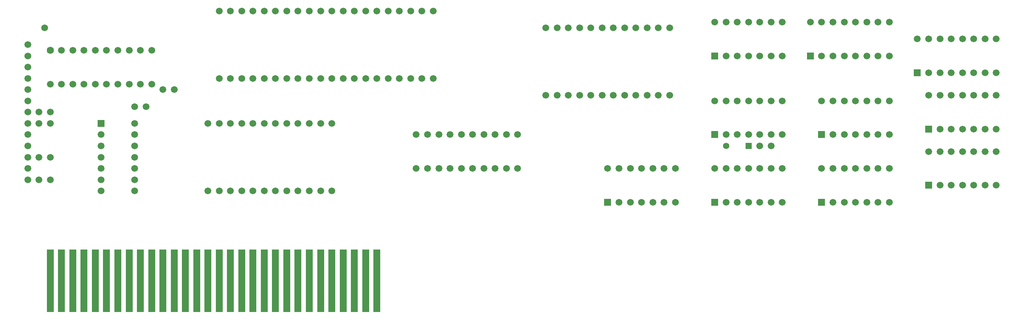
<source format=gbr>
G04 #@! TF.GenerationSoftware,KiCad,Pcbnew,(2017-05-14 revision 14bb238b3)-makepkg*
G04 #@! TF.CreationDate,2017-05-30T16:43:56+03:00*
G04 #@! TF.ProjectId,rk86kngmd,726B38366B6E676D642E6B696361645F,rev?*
G04 #@! TF.FileFunction,Soldermask,Bot*
G04 #@! TF.FilePolarity,Negative*
%FSLAX46Y46*%
G04 Gerber Fmt 4.6, Leading zero omitted, Abs format (unit mm)*
G04 Created by KiCad (PCBNEW (2017-05-14 revision 14bb238b3)-makepkg) date 05/30/17 16:43:56*
%MOMM*%
%LPD*%
G01*
G04 APERTURE LIST*
%ADD10C,0.100000*%
%ADD11C,1.500000*%
%ADD12C,1.600000*%
%ADD13R,1.500000X1.500000*%
%ADD14R,1.400000X1.400000*%
%ADD15C,1.400000*%
%ADD16R,1.500000X14.000000*%
G04 APERTURE END LIST*
D10*
D11*
X72250000Y-83000000D03*
X69750000Y-83000000D03*
X67250000Y-83000000D03*
X64750000Y-83000000D03*
X62250000Y-83000000D03*
X59750000Y-83000000D03*
X57250000Y-83000000D03*
X54750000Y-83000000D03*
X52250000Y-83000000D03*
D12*
X49750000Y-83000000D03*
D11*
X49750000Y-90500000D03*
X52250000Y-90500000D03*
X54750000Y-90500000D03*
X57250000Y-90500000D03*
X59750000Y-90500000D03*
X62250000Y-90500000D03*
X64750000Y-90500000D03*
X67250000Y-90500000D03*
X69750000Y-90500000D03*
X72250000Y-90500000D03*
D13*
X218500000Y-84250000D03*
D11*
X221000000Y-84250000D03*
X223500000Y-84250000D03*
X226000000Y-84250000D03*
X228500000Y-84250000D03*
X231000000Y-84250000D03*
X233500000Y-84250000D03*
X236000000Y-84250000D03*
X236000000Y-76750000D03*
X233500000Y-76750000D03*
X231000000Y-76750000D03*
X228500000Y-76750000D03*
X226000000Y-76750000D03*
X223500000Y-76750000D03*
X221000000Y-76750000D03*
X218500000Y-76750000D03*
D13*
X197250000Y-84250000D03*
D11*
X199750000Y-84250000D03*
X202250000Y-84250000D03*
X204750000Y-84250000D03*
X207250000Y-84250000D03*
X209750000Y-84250000D03*
X212250000Y-84250000D03*
X212250000Y-76750000D03*
X209750000Y-76750000D03*
X207250000Y-76750000D03*
X204750000Y-76750000D03*
X202250000Y-76750000D03*
X199750000Y-76750000D03*
X197250000Y-76750000D03*
X131000000Y-109250000D03*
X133500000Y-109250000D03*
X136000000Y-109250000D03*
X138500000Y-109250000D03*
X141000000Y-109250000D03*
X143500000Y-109250000D03*
X146000000Y-109250000D03*
X148500000Y-109250000D03*
X151000000Y-109250000D03*
X153500000Y-109250000D03*
X153500000Y-101750000D03*
X151000000Y-101750000D03*
X148500000Y-101750000D03*
X146000000Y-101750000D03*
X143500000Y-101750000D03*
X141000000Y-101750000D03*
X138500000Y-101750000D03*
X136000000Y-101750000D03*
X133500000Y-101750000D03*
X131000000Y-101750000D03*
X187250000Y-78000000D03*
X184750000Y-78000000D03*
X182250000Y-78000000D03*
X179750000Y-78000000D03*
X177250000Y-78000000D03*
X174750000Y-78000000D03*
X172250000Y-78000000D03*
X169750000Y-78000000D03*
X167250000Y-78000000D03*
X164750000Y-78000000D03*
X162250000Y-78000000D03*
X159750000Y-78000000D03*
X159750000Y-93000000D03*
X162250000Y-93000000D03*
X164750000Y-93000000D03*
X167250000Y-93000000D03*
X169750000Y-93000000D03*
X172250000Y-93000000D03*
X174750000Y-93000000D03*
X177250000Y-93000000D03*
X179750000Y-93000000D03*
X182250000Y-93000000D03*
X184750000Y-93000000D03*
X187250000Y-93000000D03*
X49749360Y-99250000D03*
X47250000Y-99250000D03*
D14*
X204750000Y-104250000D03*
D15*
X199750000Y-104250000D03*
D11*
X44750000Y-109250000D03*
X44750000Y-104250000D03*
X44750000Y-96750000D03*
X44750000Y-89250000D03*
X44750000Y-84250000D03*
X44750000Y-81750000D03*
X44750000Y-111750000D03*
X44750000Y-106750000D03*
X44750000Y-101750000D03*
X44750000Y-99250000D03*
X44750000Y-94250000D03*
X44750000Y-91750000D03*
X44750000Y-86750000D03*
X49749360Y-106750000D03*
X47250000Y-106750000D03*
X49750000Y-111750000D03*
X47250640Y-111750000D03*
X74750640Y-91750000D03*
X77250000Y-91750000D03*
X49750000Y-96750000D03*
X47250640Y-96750000D03*
X70999360Y-95500000D03*
X68500000Y-95500000D03*
D13*
X197250000Y-101750000D03*
D11*
X199750000Y-101750000D03*
X202250000Y-101750000D03*
X204750000Y-101750000D03*
X207250000Y-101750000D03*
X209750000Y-101750000D03*
X212250000Y-101750000D03*
X212250000Y-94250000D03*
X209750000Y-94250000D03*
X207250000Y-94250000D03*
X204750000Y-94250000D03*
X202250000Y-94250000D03*
X199750000Y-94250000D03*
X197250000Y-94250000D03*
D13*
X173500000Y-116750000D03*
D11*
X176000000Y-116750000D03*
X178500000Y-116750000D03*
X181000000Y-116750000D03*
X183500000Y-116750000D03*
X186000000Y-116750000D03*
X188500000Y-116750000D03*
X188500000Y-109250000D03*
X186000000Y-109250000D03*
X183500000Y-109250000D03*
X181000000Y-109250000D03*
X178500000Y-109250000D03*
X176000000Y-109250000D03*
X173500000Y-109250000D03*
D13*
X197250000Y-116750000D03*
D11*
X199750000Y-116750000D03*
X202250000Y-116750000D03*
X204750000Y-116750000D03*
X207250000Y-116750000D03*
X209750000Y-116750000D03*
X212250000Y-116750000D03*
X212250000Y-109250000D03*
X209750000Y-109250000D03*
X207250000Y-109250000D03*
X204750000Y-109250000D03*
X202250000Y-109250000D03*
X199750000Y-109250000D03*
X197250000Y-109250000D03*
D13*
X242250000Y-88000000D03*
D11*
X244750000Y-88000000D03*
X247250000Y-88000000D03*
X249750000Y-88000000D03*
X252250000Y-88000000D03*
X254750000Y-88000000D03*
X257250000Y-88000000D03*
X259750000Y-88000000D03*
X259750000Y-80500000D03*
X257250000Y-80500000D03*
X254750000Y-80500000D03*
X252250000Y-80500000D03*
X249750000Y-80500000D03*
X247250000Y-80500000D03*
X244750000Y-80500000D03*
X242250000Y-80500000D03*
D13*
X244750000Y-100500000D03*
D11*
X247250000Y-100500000D03*
X249750000Y-100500000D03*
X252250000Y-100500000D03*
X254750000Y-100500000D03*
X257250000Y-100500000D03*
X259750000Y-100500000D03*
X259750000Y-93000000D03*
X257250000Y-93000000D03*
X254750000Y-93000000D03*
X252250000Y-93000000D03*
X249750000Y-93000000D03*
X247250000Y-93000000D03*
X244750000Y-93000000D03*
D13*
X244750000Y-113000000D03*
D11*
X247250000Y-113000000D03*
X249750000Y-113000000D03*
X252250000Y-113000000D03*
X254750000Y-113000000D03*
X257250000Y-113000000D03*
X259750000Y-113000000D03*
X259750000Y-105500000D03*
X257250000Y-105500000D03*
X254750000Y-105500000D03*
X252250000Y-105500000D03*
X249750000Y-105500000D03*
X247250000Y-105500000D03*
X244750000Y-105500000D03*
D13*
X221000000Y-116750000D03*
D11*
X223500000Y-116750000D03*
X226000000Y-116750000D03*
X228500000Y-116750000D03*
X231000000Y-116750000D03*
X233500000Y-116750000D03*
X236000000Y-116750000D03*
X236000000Y-109250000D03*
X233500000Y-109250000D03*
X231000000Y-109250000D03*
X228500000Y-109250000D03*
X226000000Y-109250000D03*
X223500000Y-109250000D03*
X221000000Y-109250000D03*
D13*
X221000000Y-101750000D03*
D11*
X223500000Y-101750000D03*
X226000000Y-101750000D03*
X228500000Y-101750000D03*
X231000000Y-101750000D03*
X233500000Y-101750000D03*
X236000000Y-101750000D03*
X236000000Y-94250000D03*
X233500000Y-94250000D03*
X231000000Y-94250000D03*
X228500000Y-94250000D03*
X226000000Y-94250000D03*
X223500000Y-94250000D03*
X221000000Y-94250000D03*
X209749360Y-104250000D03*
X207250000Y-104250000D03*
D13*
X61000000Y-99250000D03*
D11*
X61000000Y-101750000D03*
X61000000Y-104250000D03*
X61000000Y-106750000D03*
X61000000Y-109250000D03*
X61000000Y-111750000D03*
X61000000Y-114250000D03*
X68500000Y-114250000D03*
X68500000Y-111750000D03*
X68500000Y-109250000D03*
X68500000Y-106750000D03*
X68500000Y-104250000D03*
X68500000Y-101750000D03*
X68500000Y-99250000D03*
D16*
X87250000Y-134250000D03*
X82250000Y-134250000D03*
X84750000Y-134250000D03*
X97250000Y-134250000D03*
X92250000Y-134250000D03*
X94750000Y-134250000D03*
X89750000Y-134250000D03*
X79750000Y-134250000D03*
X72250000Y-134250000D03*
X67250000Y-134250000D03*
X77250000Y-134250000D03*
X69750000Y-134250000D03*
X74750000Y-134250000D03*
X109750000Y-134250000D03*
X99750000Y-134250000D03*
X107250000Y-134250000D03*
X102250000Y-134250000D03*
X104750000Y-134250000D03*
X52250000Y-134250000D03*
X54750000Y-134250000D03*
X59750000Y-134250000D03*
X64750000Y-134250000D03*
X62250000Y-134250000D03*
X49750000Y-134250000D03*
X57250000Y-134250000D03*
X122250000Y-134250000D03*
X119750000Y-134250000D03*
X114750000Y-134250000D03*
X117250000Y-134250000D03*
X112250000Y-134250000D03*
D11*
X84750000Y-114250000D03*
X87250000Y-114250000D03*
X89750000Y-114250000D03*
X92250000Y-114250000D03*
X94750000Y-114250000D03*
X97250000Y-114250000D03*
X99750000Y-114250000D03*
X102250000Y-114250000D03*
X104750000Y-114250000D03*
X107250000Y-114250000D03*
X109750000Y-114250000D03*
X112250000Y-114250000D03*
X112250000Y-99250000D03*
X109750000Y-99250000D03*
X107250000Y-99250000D03*
X104750000Y-99250000D03*
X102250000Y-99250000D03*
X99750000Y-99250000D03*
X97250000Y-99250000D03*
X94750000Y-99250000D03*
X92250000Y-99250000D03*
X89750000Y-99250000D03*
X87250000Y-99250000D03*
X84750000Y-99250000D03*
X48500000Y-78000000D03*
X134750000Y-74250000D03*
X132250000Y-74250000D03*
X129750000Y-74250000D03*
X127250000Y-74250000D03*
X124750000Y-74250000D03*
X122250000Y-74250000D03*
X119750000Y-74250000D03*
X117250000Y-74250000D03*
X114750000Y-74250000D03*
X112250000Y-74250000D03*
X109750000Y-74250000D03*
X107250000Y-74250000D03*
X104750000Y-74250000D03*
X102250000Y-74250000D03*
X99750000Y-74250000D03*
X97250000Y-74250000D03*
X94750000Y-74250000D03*
X92250000Y-74250000D03*
X89750000Y-74250000D03*
X87250000Y-74250000D03*
X87250000Y-89250000D03*
X89750000Y-89250000D03*
X92250000Y-89250000D03*
X94750000Y-89250000D03*
X97250000Y-89250000D03*
X99750000Y-89250000D03*
X102250000Y-89250000D03*
X104750000Y-89250000D03*
X107250000Y-89250000D03*
X109750000Y-89250000D03*
X112250000Y-89250000D03*
X114750000Y-89250000D03*
X117250000Y-89250000D03*
X119750000Y-89250000D03*
X122250000Y-89250000D03*
X124750000Y-89250000D03*
X127250000Y-89250000D03*
X129750000Y-89250000D03*
X132250000Y-89250000D03*
X134750000Y-89250000D03*
M02*

</source>
